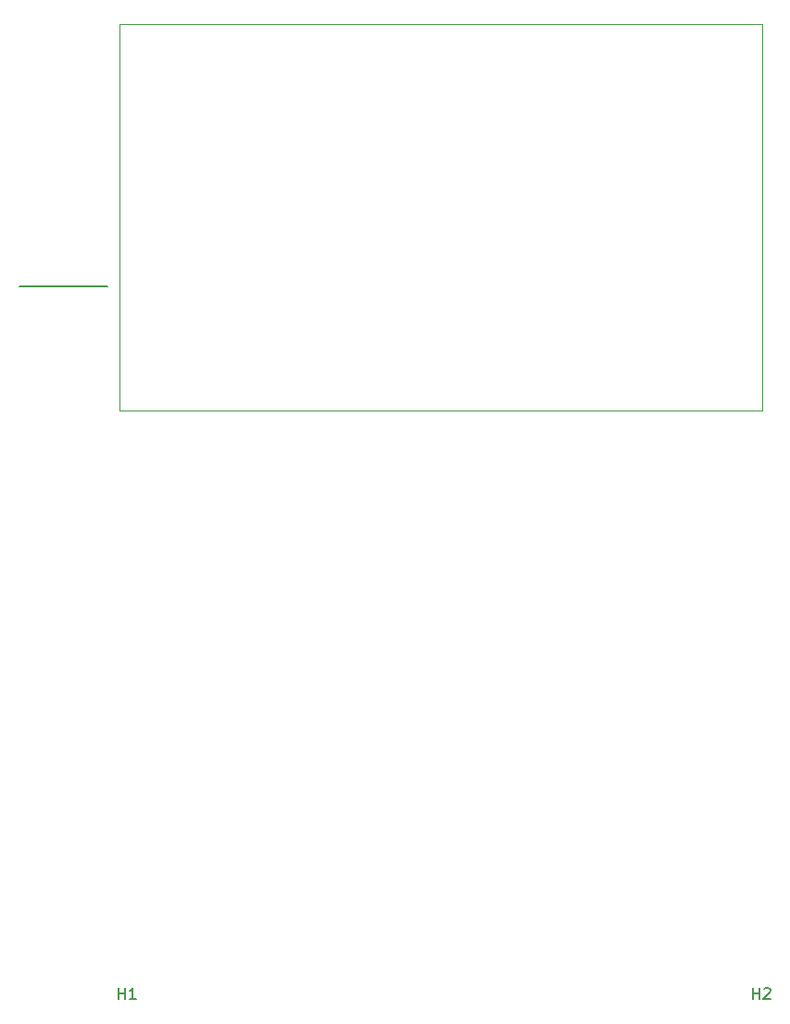
<source format=gbr>
%TF.GenerationSoftware,KiCad,Pcbnew,8.0.4*%
%TF.CreationDate,2024-08-09T22:29:50-04:00*%
%TF.ProjectId,beepy,62656570-792e-46b6-9963-61645f706362,rev?*%
%TF.SameCoordinates,Original*%
%TF.FileFunction,AssemblyDrawing,Top*%
%FSLAX46Y46*%
G04 Gerber Fmt 4.6, Leading zero omitted, Abs format (unit mm)*
G04 Created by KiCad (PCBNEW 8.0.4) date 2024-08-09 22:29:50*
%MOMM*%
%LPD*%
G01*
G04 APERTURE LIST*
%ADD10C,0.150000*%
%ADD11C,0.010000*%
G04 APERTURE END LIST*
D10*
X60590000Y-75840000D02*
X52590000Y-75840000D01*
X61638095Y-140954819D02*
X61638095Y-139954819D01*
X61638095Y-140431009D02*
X62209523Y-140431009D01*
X62209523Y-140954819D02*
X62209523Y-139954819D01*
X63209523Y-140954819D02*
X62638095Y-140954819D01*
X62923809Y-140954819D02*
X62923809Y-139954819D01*
X62923809Y-139954819D02*
X62828571Y-140097676D01*
X62828571Y-140097676D02*
X62733333Y-140192914D01*
X62733333Y-140192914D02*
X62638095Y-140240533D01*
X119638095Y-140954819D02*
X119638095Y-139954819D01*
X119638095Y-140431009D02*
X120209523Y-140431009D01*
X120209523Y-140954819D02*
X120209523Y-139954819D01*
X120638095Y-140050057D02*
X120685714Y-140002438D01*
X120685714Y-140002438D02*
X120780952Y-139954819D01*
X120780952Y-139954819D02*
X121019047Y-139954819D01*
X121019047Y-139954819D02*
X121114285Y-140002438D01*
X121114285Y-140002438D02*
X121161904Y-140050057D01*
X121161904Y-140050057D02*
X121209523Y-140145295D01*
X121209523Y-140145295D02*
X121209523Y-140240533D01*
X121209523Y-140240533D02*
X121161904Y-140383390D01*
X121161904Y-140383390D02*
X120590476Y-140954819D01*
X120590476Y-140954819D02*
X121209523Y-140954819D01*
D11*
%TO.C,REF\u002A\u002A*%
X61690000Y-51937500D02*
X120490000Y-51937500D01*
X61690000Y-87217500D02*
X61690000Y-51937500D01*
X61690000Y-87217500D02*
X120490000Y-87217500D01*
X120490000Y-51937500D02*
X120490000Y-87217500D01*
%TD*%
M02*

</source>
